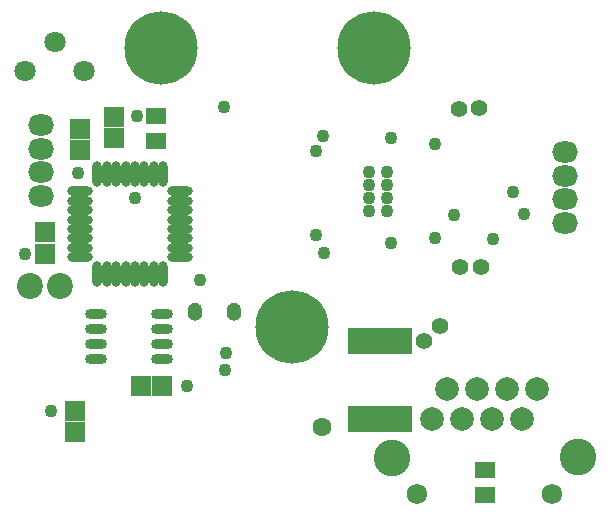
<source format=gbs>
G04*
G04 #@! TF.GenerationSoftware,Altium Limited,Altium Designer,21.4.1 (30)*
G04*
G04 Layer_Color=16711935*
%FSLAX24Y24*%
%MOIN*%
G70*
G04*
G04 #@! TF.SameCoordinates,E320E570-2092-40B9-98FA-40774E7A4B3A*
G04*
G04*
G04 #@! TF.FilePolarity,Negative*
G04*
G01*
G75*
%ADD15R,0.0669X0.0691*%
%ADD18R,0.0673X0.0554*%
%ADD21R,0.0691X0.0669*%
%ADD28O,0.0866X0.0709*%
%ADD29C,0.0787*%
%ADD30C,0.0866*%
%ADD31C,0.2441*%
%ADD32C,0.0679*%
%ADD33C,0.1220*%
%ADD34C,0.0709*%
%ADD35C,0.0433*%
%ADD36C,0.0551*%
%ADD37C,0.0630*%
%ADD60C,0.0197*%
%ADD65R,0.2165X0.0866*%
%ADD66O,0.0728X0.0335*%
%ADD67O,0.0846X0.0315*%
%ADD68O,0.0315X0.0846*%
G36*
X11026Y16322D02*
X11028Y16322D01*
X11030Y16322D01*
X11054Y16319D01*
X11056Y16319D01*
X11058Y16318D01*
X11081Y16313D01*
X11084Y16312D01*
X11086Y16311D01*
X11108Y16303D01*
X11110Y16302D01*
X11112Y16301D01*
X11133Y16290D01*
X11135Y16289D01*
X11137Y16288D01*
X11157Y16274D01*
X11159Y16273D01*
X11161Y16272D01*
X11179Y16256D01*
X11180Y16254D01*
X11182Y16253D01*
X11198Y16235D01*
X11199Y16233D01*
X11201Y16232D01*
X11214Y16212D01*
X11216Y16210D01*
X11217Y16208D01*
X11228Y16187D01*
X11229Y16185D01*
X11230Y16183D01*
X11239Y16161D01*
X11240Y16159D01*
X11240Y16157D01*
X11246Y16134D01*
X11247Y16132D01*
X11247Y16129D01*
X11250Y16106D01*
X11251Y16103D01*
X11251Y16101D01*
X11251Y16077D01*
X11251Y16075D01*
X11251Y16073D01*
X11250Y16062D01*
Y15985D01*
X11251Y15976D01*
X11251Y15974D01*
X11251Y15972D01*
X11251Y15951D01*
X11251Y15949D01*
X11251Y15947D01*
X11248Y15927D01*
X11248Y15924D01*
X11248Y15922D01*
X11243Y15902D01*
X11243Y15900D01*
X11242Y15898D01*
X11236Y15879D01*
X11235Y15877D01*
X11234Y15875D01*
X11226Y15856D01*
X11225Y15854D01*
X11224Y15852D01*
X11214Y15835D01*
X11212Y15833D01*
X11211Y15831D01*
X11199Y15814D01*
X11198Y15813D01*
X11197Y15811D01*
X11183Y15796D01*
X11181Y15795D01*
X11180Y15793D01*
X11164Y15779D01*
X11163Y15778D01*
X11161Y15777D01*
X11144Y15765D01*
X11143Y15764D01*
X11141Y15762D01*
X11123Y15752D01*
X11121Y15751D01*
X11119Y15750D01*
X11100Y15742D01*
X11098Y15741D01*
X11097Y15741D01*
X11077Y15734D01*
X11075Y15734D01*
X11073Y15733D01*
X11053Y15729D01*
X11051Y15729D01*
X11049Y15728D01*
X11028Y15726D01*
X11026Y15726D01*
X11024Y15726D01*
X11014Y15726D01*
X11014Y15726D01*
X11014Y15726D01*
X11014Y15726D01*
X11014Y15726D01*
X11004Y15726D01*
X11001Y15726D01*
X10999Y15726D01*
X10979Y15728D01*
X10977Y15729D01*
X10975Y15729D01*
X10955Y15733D01*
X10953Y15734D01*
X10951Y15734D01*
X10931Y15741D01*
X10929Y15741D01*
X10927Y15742D01*
X10908Y15750D01*
X10906Y15751D01*
X10905Y15752D01*
X10887Y15762D01*
X10885Y15764D01*
X10883Y15765D01*
X10866Y15777D01*
X10865Y15778D01*
X10863Y15779D01*
X10848Y15793D01*
X10846Y15795D01*
X10845Y15796D01*
X10831Y15811D01*
X10830Y15813D01*
X10828Y15814D01*
X10816Y15831D01*
X10815Y15833D01*
X10814Y15835D01*
X10804Y15852D01*
X10803Y15854D01*
X10802Y15856D01*
X10793Y15875D01*
X10792Y15877D01*
X10792Y15879D01*
X10785Y15898D01*
X10785Y15900D01*
X10784Y15902D01*
X10780Y15922D01*
X10779Y15924D01*
X10779Y15927D01*
X10777Y15947D01*
X10777Y15949D01*
X10777Y15951D01*
X10776Y15972D01*
X10777Y15974D01*
X10777Y15976D01*
X10778Y15985D01*
Y16062D01*
X10776Y16073D01*
X10776Y16075D01*
X10776Y16077D01*
X10777Y16101D01*
X10777Y16103D01*
X10777Y16106D01*
X10780Y16129D01*
X10781Y16132D01*
X10781Y16134D01*
X10787Y16157D01*
X10788Y16159D01*
X10789Y16161D01*
X10797Y16183D01*
X10798Y16185D01*
X10799Y16187D01*
X10811Y16208D01*
X10812Y16210D01*
X10813Y16212D01*
X10827Y16232D01*
X10828Y16233D01*
X10830Y16235D01*
X10846Y16253D01*
X10847Y16254D01*
X10849Y16256D01*
X10867Y16272D01*
X10869Y16273D01*
X10871Y16274D01*
X10890Y16288D01*
X10892Y16289D01*
X10894Y16290D01*
X10915Y16301D01*
X10917Y16302D01*
X10920Y16303D01*
X10942Y16311D01*
X10944Y16312D01*
X10946Y16313D01*
X10969Y16318D01*
X10971Y16319D01*
X10974Y16319D01*
X10997Y16322D01*
X11000Y16322D01*
X11002Y16322D01*
X11026Y16322D01*
D02*
G37*
G36*
X9726D02*
X9729Y16322D01*
X9731Y16322D01*
X9755Y16319D01*
X9757Y16319D01*
X9759Y16318D01*
X9782Y16313D01*
X9784Y16312D01*
X9787Y16311D01*
X9809Y16303D01*
X9811Y16302D01*
X9813Y16301D01*
X9834Y16290D01*
X9836Y16289D01*
X9838Y16288D01*
X9858Y16274D01*
X9860Y16273D01*
X9861Y16272D01*
X9879Y16256D01*
X9881Y16254D01*
X9883Y16253D01*
X9899Y16235D01*
X9900Y16233D01*
X9901Y16232D01*
X9915Y16212D01*
X9916Y16210D01*
X9918Y16208D01*
X9929Y16187D01*
X9930Y16185D01*
X9931Y16183D01*
X9940Y16161D01*
X9940Y16159D01*
X9941Y16157D01*
X9947Y16134D01*
X9948Y16132D01*
X9948Y16129D01*
X9951Y16106D01*
X9951Y16103D01*
X9952Y16101D01*
X9952Y16077D01*
X9952Y16075D01*
X9952Y16073D01*
X9951Y16062D01*
Y15985D01*
X9952Y15976D01*
X9952Y15974D01*
X9952Y15972D01*
X9952Y15951D01*
X9952Y15949D01*
X9952Y15947D01*
X9949Y15927D01*
X9949Y15924D01*
X9949Y15922D01*
X9944Y15902D01*
X9944Y15900D01*
X9943Y15898D01*
X9937Y15879D01*
X9936Y15877D01*
X9935Y15875D01*
X9927Y15856D01*
X9926Y15854D01*
X9925Y15852D01*
X9914Y15835D01*
X9913Y15833D01*
X9912Y15831D01*
X9900Y15814D01*
X9899Y15813D01*
X9897Y15811D01*
X9883Y15796D01*
X9882Y15795D01*
X9880Y15793D01*
X9865Y15779D01*
X9863Y15778D01*
X9862Y15777D01*
X9845Y15765D01*
X9843Y15764D01*
X9842Y15762D01*
X9824Y15752D01*
X9822Y15751D01*
X9820Y15750D01*
X9801Y15742D01*
X9799Y15741D01*
X9797Y15741D01*
X9778Y15734D01*
X9776Y15734D01*
X9774Y15733D01*
X9754Y15729D01*
X9751Y15729D01*
X9749Y15728D01*
X9729Y15726D01*
X9727Y15726D01*
X9725Y15726D01*
X9715Y15726D01*
X9715Y15726D01*
X9715Y15726D01*
X9715Y15726D01*
X9715Y15726D01*
X9704Y15726D01*
X9702Y15726D01*
X9700Y15726D01*
X9680Y15728D01*
X9678Y15729D01*
X9676Y15729D01*
X9655Y15733D01*
X9653Y15734D01*
X9651Y15734D01*
X9632Y15741D01*
X9630Y15741D01*
X9628Y15742D01*
X9609Y15750D01*
X9607Y15751D01*
X9605Y15752D01*
X9587Y15762D01*
X9586Y15764D01*
X9584Y15765D01*
X9567Y15777D01*
X9566Y15778D01*
X9564Y15779D01*
X9549Y15793D01*
X9547Y15795D01*
X9546Y15796D01*
X9532Y15811D01*
X9531Y15813D01*
X9529Y15814D01*
X9517Y15831D01*
X9516Y15833D01*
X9515Y15835D01*
X9504Y15852D01*
X9503Y15854D01*
X9502Y15856D01*
X9494Y15875D01*
X9493Y15877D01*
X9492Y15879D01*
X9486Y15898D01*
X9485Y15900D01*
X9485Y15902D01*
X9481Y15922D01*
X9480Y15924D01*
X9480Y15927D01*
X9478Y15947D01*
X9478Y15949D01*
X9477Y15951D01*
X9477Y15972D01*
X9477Y15974D01*
X9477Y15976D01*
X9478Y15985D01*
Y16062D01*
X9477Y16073D01*
X9477Y16075D01*
X9477Y16077D01*
X9478Y16101D01*
X9478Y16103D01*
X9478Y16106D01*
X9481Y16129D01*
X9482Y16132D01*
X9482Y16134D01*
X9488Y16157D01*
X9489Y16159D01*
X9490Y16161D01*
X9498Y16183D01*
X9499Y16185D01*
X9500Y16187D01*
X9512Y16208D01*
X9513Y16210D01*
X9514Y16212D01*
X9528Y16232D01*
X9529Y16233D01*
X9531Y16235D01*
X9546Y16253D01*
X9548Y16254D01*
X9550Y16256D01*
X9568Y16272D01*
X9570Y16273D01*
X9571Y16274D01*
X9591Y16288D01*
X9593Y16289D01*
X9595Y16290D01*
X9616Y16301D01*
X9618Y16302D01*
X9620Y16303D01*
X9642Y16311D01*
X9645Y16312D01*
X9647Y16313D01*
X9670Y16318D01*
X9672Y16319D01*
X9675Y16319D01*
X9698Y16322D01*
X9700Y16322D01*
X9703Y16322D01*
X9726Y16322D01*
D02*
G37*
D15*
X8622Y13543D02*
D03*
X7913D02*
D03*
D18*
X19381Y10729D02*
D03*
Y9901D02*
D03*
X8425Y21712D02*
D03*
Y22540D02*
D03*
D21*
X5709Y12717D02*
D03*
X5866Y22126D02*
D03*
Y21417D02*
D03*
X7008Y22520D02*
D03*
Y21811D02*
D03*
X4724Y17952D02*
D03*
Y18662D02*
D03*
X5709Y12008D02*
D03*
D28*
X22047Y18976D02*
D03*
Y19764D02*
D03*
Y20551D02*
D03*
Y21339D02*
D03*
X4587Y22244D02*
D03*
Y21457D02*
D03*
Y20669D02*
D03*
Y19882D02*
D03*
D29*
X17620Y12461D02*
D03*
X18120Y13461D02*
D03*
X18620Y12461D02*
D03*
X19120Y13461D02*
D03*
X19620Y12461D02*
D03*
X20120Y13461D02*
D03*
X20620Y12461D02*
D03*
X21120Y13461D02*
D03*
D30*
X4224Y16890D02*
D03*
X5224D02*
D03*
D31*
X12953Y15512D02*
D03*
X15669Y24803D02*
D03*
X8583D02*
D03*
D32*
X17120Y9961D02*
D03*
X21620D02*
D03*
D33*
X22480Y11181D02*
D03*
X16281Y11161D02*
D03*
D34*
X5039Y25020D02*
D03*
X6024Y24035D02*
D03*
X4055D02*
D03*
D35*
X17717Y18465D02*
D03*
X10669Y22835D02*
D03*
X19646Y18445D02*
D03*
X20669Y19291D02*
D03*
X16260Y18307D02*
D03*
X9870Y17087D02*
D03*
X5827Y20630D02*
D03*
X15511Y20667D02*
D03*
Y20234D02*
D03*
Y19801D02*
D03*
Y19367D02*
D03*
X16111Y20667D02*
D03*
Y20234D02*
D03*
Y19801D02*
D03*
Y19367D02*
D03*
X20315Y20000D02*
D03*
X10748Y14646D02*
D03*
X10709Y14094D02*
D03*
X4055Y17953D02*
D03*
X7795Y22559D02*
D03*
X7717Y19803D02*
D03*
X13976Y21892D02*
D03*
X9449Y13543D02*
D03*
X14016Y17992D02*
D03*
X13740Y18583D02*
D03*
X16260Y21811D02*
D03*
X18346Y19252D02*
D03*
X17717Y21614D02*
D03*
X4917Y12713D02*
D03*
X13740Y21378D02*
D03*
D36*
X17362Y15039D02*
D03*
X17874Y15551D02*
D03*
X19252Y17520D02*
D03*
X19173Y22795D02*
D03*
X18543Y17520D02*
D03*
X18524Y22776D02*
D03*
D37*
X13937Y12165D02*
D03*
D60*
X9724Y15876D02*
D03*
Y16171D02*
D03*
X11024Y15876D02*
D03*
Y16171D02*
D03*
D65*
X15866Y12441D02*
D03*
Y15039D02*
D03*
D66*
X6407Y14947D02*
D03*
Y14447D02*
D03*
Y15447D02*
D03*
Y15947D02*
D03*
X8632D02*
D03*
Y15447D02*
D03*
Y14947D02*
D03*
Y14447D02*
D03*
D67*
X5886Y17835D02*
D03*
Y18150D02*
D03*
Y18465D02*
D03*
Y18780D02*
D03*
Y19094D02*
D03*
Y19409D02*
D03*
Y19724D02*
D03*
Y20039D02*
D03*
X9232D02*
D03*
Y19724D02*
D03*
Y19409D02*
D03*
Y19094D02*
D03*
Y18780D02*
D03*
Y18465D02*
D03*
Y18150D02*
D03*
Y17835D02*
D03*
D68*
X6457Y20610D02*
D03*
X6772D02*
D03*
X7087D02*
D03*
X7402D02*
D03*
X7717D02*
D03*
X8031D02*
D03*
X8346D02*
D03*
X8661D02*
D03*
Y17264D02*
D03*
X8346D02*
D03*
X8031D02*
D03*
X7717D02*
D03*
X7402D02*
D03*
X7087D02*
D03*
X6772D02*
D03*
X6457D02*
D03*
M02*

</source>
